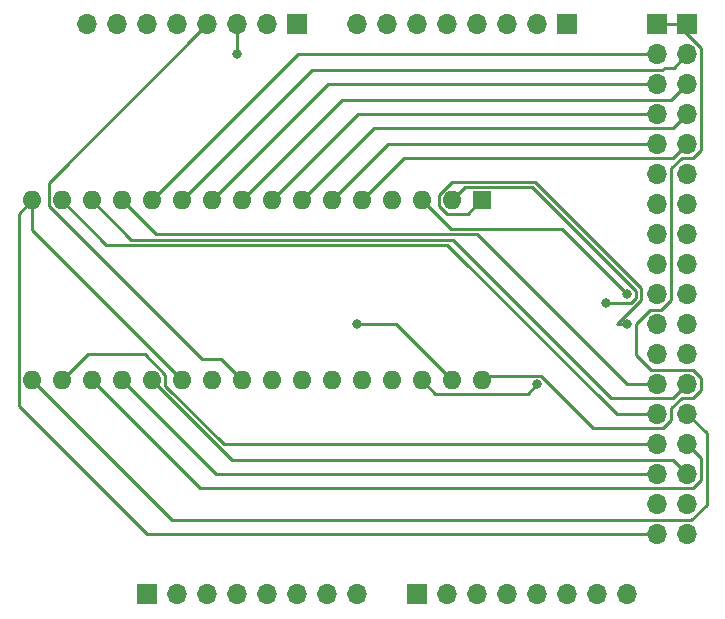
<source format=gbl>
%TF.GenerationSoftware,KiCad,Pcbnew,7.0.10*%
%TF.CreationDate,2024-01-13T22:46:11-05:00*%
%TF.ProjectId,NOR Flasher,4e4f5220-466c-4617-9368-65722e6b6963,rev?*%
%TF.SameCoordinates,Original*%
%TF.FileFunction,Copper,L2,Bot*%
%TF.FilePolarity,Positive*%
%FSLAX46Y46*%
G04 Gerber Fmt 4.6, Leading zero omitted, Abs format (unit mm)*
G04 Created by KiCad (PCBNEW 7.0.10) date 2024-01-13 22:46:11*
%MOMM*%
%LPD*%
G01*
G04 APERTURE LIST*
%TA.AperFunction,ComponentPad*%
%ADD10R,1.700000X1.700000*%
%TD*%
%TA.AperFunction,ComponentPad*%
%ADD11O,1.700000X1.700000*%
%TD*%
%TA.AperFunction,ComponentPad*%
%ADD12R,1.600000X1.600000*%
%TD*%
%TA.AperFunction,ComponentPad*%
%ADD13O,1.600000X1.600000*%
%TD*%
%TA.AperFunction,ViaPad*%
%ADD14C,0.800000*%
%TD*%
%TA.AperFunction,Conductor*%
%ADD15C,0.250000*%
%TD*%
G04 APERTURE END LIST*
D10*
%TO.P,JTOP1,1,Pin_1*%
%TO.N,unconnected-(J4-Pin_1-Pad1)*%
X149860000Y-68580000D03*
D11*
%TO.P,JTOP1,2,Pin_2*%
%TO.N,unconnected-(J4-Pin_2-Pad2)*%
X147320000Y-68580000D03*
%TO.P,JTOP1,3,Pin_3*%
%TO.N,/2*%
X144780000Y-68580000D03*
%TO.P,JTOP1,4,Pin_4*%
%TO.N,/3*%
X142240000Y-68580000D03*
%TO.P,JTOP1,5,Pin_5*%
%TO.N,unconnected-(J4-Pin_5-Pad5)*%
X139700000Y-68580000D03*
%TO.P,JTOP1,6,Pin_6*%
%TO.N,unconnected-(J4-Pin_6-Pad6)*%
X137160000Y-68580000D03*
%TO.P,JTOP1,7,Pin_7*%
%TO.N,unconnected-(J4-Pin_7-Pad7)*%
X134620000Y-68580000D03*
%TO.P,JTOP1,8,Pin_8*%
%TO.N,unconnected-(J4-Pin_8-Pad8)*%
X132080000Y-68580000D03*
%TD*%
D10*
%TO.P,JTOP2,1*%
%TO.N,N/C*%
X172720000Y-68580000D03*
D11*
%TO.P,JTOP2,2*%
X170180000Y-68580000D03*
%TO.P,JTOP2,3*%
X167640000Y-68580000D03*
%TO.P,JTOP2,4*%
X165100000Y-68580000D03*
%TO.P,JTOP2,5*%
X162560000Y-68580000D03*
%TO.P,JTOP2,6*%
X160020000Y-68580000D03*
%TO.P,JTOP2,7*%
X157480000Y-68580000D03*
%TO.P,JTOP2,8*%
X154940000Y-68580000D03*
%TD*%
D10*
%TO.P,JBOT1,1*%
%TO.N,N/C*%
X137160000Y-116840000D03*
D11*
%TO.P,JBOT1,2*%
X139700000Y-116840000D03*
%TO.P,JBOT1,3*%
X142240000Y-116840000D03*
%TO.P,JBOT1,4*%
X144780000Y-116840000D03*
%TO.P,JBOT1,5*%
X147320000Y-116840000D03*
%TO.P,JBOT1,6*%
X149860000Y-116840000D03*
%TO.P,JBOT1,7*%
X152400000Y-116840000D03*
%TO.P,JBOT1,8*%
X154940000Y-116840000D03*
%TD*%
D10*
%TO.P,JBOT2,1*%
%TO.N,N/C*%
X160020000Y-116840000D03*
D11*
%TO.P,JBOT2,2*%
X162560000Y-116840000D03*
%TO.P,JBOT2,3*%
X165100000Y-116840000D03*
%TO.P,JBOT2,4*%
X167640000Y-116840000D03*
%TO.P,JBOT2,5*%
X170180000Y-116840000D03*
%TO.P,JBOT2,6*%
X172720000Y-116840000D03*
%TO.P,JBOT2,7*%
X175260000Y-116840000D03*
%TO.P,JBOT2,8*%
X177800000Y-116840000D03*
%TD*%
D10*
%TO.P,J1,1,Pin_1*%
%TO.N,+5V*%
X180340000Y-68580000D03*
D11*
%TO.P,J1,2,Pin_2*%
%TO.N,/22*%
X180340000Y-71120000D03*
%TO.P,J1,3,Pin_3*%
%TO.N,/24*%
X180340000Y-73660000D03*
%TO.P,J1,4,Pin_4*%
%TO.N,/26*%
X180340000Y-76200000D03*
%TO.P,J1,5,Pin_5*%
%TO.N,/28*%
X180340000Y-78740000D03*
%TO.P,J1,6,Pin_6*%
%TO.N,/30*%
X180340000Y-81280000D03*
%TO.P,J1,7,Pin_7*%
%TO.N,/32*%
X180340000Y-83820000D03*
%TO.P,J1,8,Pin_8*%
%TO.N,/34*%
X180340000Y-86360000D03*
%TO.P,J1,9,Pin_9*%
%TO.N,/36*%
X180340000Y-88900000D03*
%TO.P,J1,10,Pin_10*%
%TO.N,/38*%
X180340000Y-91440000D03*
%TO.P,J1,11,Pin_11*%
%TO.N,/40*%
X180340000Y-93980000D03*
%TO.P,J1,12,Pin_12*%
%TO.N,/42*%
X180340000Y-96520000D03*
%TO.P,J1,13,Pin_13*%
%TO.N,/44*%
X180340000Y-99060000D03*
%TO.P,J1,14,Pin_14*%
%TO.N,/46*%
X180340000Y-101600000D03*
%TO.P,J1,15,Pin_15*%
%TO.N,/48*%
X180340000Y-104140000D03*
%TO.P,J1,16,Pin_16*%
%TO.N,/50*%
X180340000Y-106680000D03*
%TO.P,J1,17,Pin_17*%
%TO.N,/52*%
X180340000Y-109220000D03*
%TO.P,J1,18,Pin_18*%
%TO.N,GND*%
X180340000Y-111760000D03*
%TD*%
D10*
%TO.P,J2,1,Pin_1*%
%TO.N,+5V*%
X182880000Y-68580000D03*
D11*
%TO.P,J2,2,Pin_2*%
%TO.N,/23*%
X182880000Y-71120000D03*
%TO.P,J2,3,Pin_3*%
%TO.N,/25*%
X182880000Y-73660000D03*
%TO.P,J2,4,Pin_4*%
%TO.N,/27*%
X182880000Y-76200000D03*
%TO.P,J2,5,Pin_5*%
%TO.N,/29*%
X182880000Y-78740000D03*
%TO.P,J2,6,Pin_6*%
%TO.N,/31*%
X182880000Y-81280000D03*
%TO.P,J2,7,Pin_7*%
%TO.N,/33*%
X182880000Y-83820000D03*
%TO.P,J2,8,Pin_8*%
%TO.N,/35*%
X182880000Y-86360000D03*
%TO.P,J2,9,Pin_9*%
%TO.N,/37*%
X182880000Y-88900000D03*
%TO.P,J2,10,Pin_10*%
%TO.N,/39*%
X182880000Y-91440000D03*
%TO.P,J2,11,Pin_11*%
%TO.N,/41*%
X182880000Y-93980000D03*
%TO.P,J2,12,Pin_12*%
%TO.N,/43*%
X182880000Y-96520000D03*
%TO.P,J2,13,Pin_13*%
%TO.N,/45*%
X182880000Y-99060000D03*
%TO.P,J2,14,Pin_14*%
%TO.N,/47*%
X182880000Y-101600000D03*
%TO.P,J2,15,Pin_15*%
%TO.N,/49*%
X182880000Y-104140000D03*
%TO.P,J2,16,Pin_16*%
%TO.N,/51*%
X182880000Y-106680000D03*
%TO.P,J2,17,Pin_17*%
%TO.N,/53*%
X182880000Y-109220000D03*
%TO.P,J2,18,Pin_18*%
%TO.N,GND*%
X182880000Y-111760000D03*
%TD*%
D12*
%TO.P,U1,1,A18*%
%TO.N,/40*%
X165500000Y-83500000D03*
D13*
%TO.P,U1,2,A16*%
%TO.N,/38*%
X162960000Y-83500000D03*
%TO.P,U1,3,A15*%
%TO.N,/37*%
X160420000Y-83500000D03*
%TO.P,U1,4,A12*%
%TO.N,/34*%
X157880000Y-83500000D03*
%TO.P,U1,5,A7*%
%TO.N,/29*%
X155340000Y-83500000D03*
%TO.P,U1,6,A6*%
%TO.N,/28*%
X152800000Y-83500000D03*
%TO.P,U1,7,A5*%
%TO.N,/27*%
X150260000Y-83500000D03*
%TO.P,U1,8,A4*%
%TO.N,/26*%
X147720000Y-83500000D03*
%TO.P,U1,9,A3*%
%TO.N,/25*%
X145180000Y-83500000D03*
%TO.P,U1,10,A2*%
%TO.N,/24*%
X142640000Y-83500000D03*
%TO.P,U1,11,A1*%
%TO.N,/23*%
X140100000Y-83500000D03*
%TO.P,U1,12,A0*%
%TO.N,/22*%
X137560000Y-83500000D03*
%TO.P,U1,13,D0*%
%TO.N,/44*%
X135020000Y-83500000D03*
%TO.P,U1,14,D1*%
%TO.N,/45*%
X132480000Y-83500000D03*
%TO.P,U1,15,D2*%
%TO.N,/46*%
X129940000Y-83500000D03*
%TO.P,U1,16,GND*%
%TO.N,GND*%
X127400000Y-83500000D03*
%TO.P,U1,17,D3*%
%TO.N,/47*%
X127400000Y-98740000D03*
%TO.P,U1,18,D4*%
%TO.N,/48*%
X129940000Y-98740000D03*
%TO.P,U1,19,D5*%
%TO.N,/49*%
X132480000Y-98740000D03*
%TO.P,U1,20,D6*%
%TO.N,/50*%
X135020000Y-98740000D03*
%TO.P,U1,21,D7*%
%TO.N,/51*%
X137560000Y-98740000D03*
%TO.P,U1,22,CE*%
%TO.N,GND*%
X140100000Y-98740000D03*
%TO.P,U1,23,A10*%
%TO.N,/32*%
X142640000Y-98740000D03*
%TO.P,U1,24,OE*%
%TO.N,/3*%
X145180000Y-98740000D03*
%TO.P,U1,25,A11*%
%TO.N,/33*%
X147720000Y-98740000D03*
%TO.P,U1,26,A9*%
%TO.N,/31*%
X150260000Y-98740000D03*
%TO.P,U1,27,A8*%
%TO.N,/30*%
X152800000Y-98740000D03*
%TO.P,U1,28,A13*%
%TO.N,/35*%
X155340000Y-98740000D03*
%TO.P,U1,29,A14*%
%TO.N,/36*%
X157880000Y-98740000D03*
%TO.P,U1,30,A17*%
%TO.N,/39*%
X160420000Y-98740000D03*
%TO.P,U1,31,PGM*%
%TO.N,/2*%
X162960000Y-98740000D03*
%TO.P,U1,32,VCC*%
%TO.N,+5V*%
X165500000Y-98740000D03*
%TD*%
D14*
%TO.N,/38*%
X175974544Y-92154545D03*
%TO.N,/40*%
X177800000Y-93980000D03*
%TO.N,/37*%
X177800000Y-91440000D03*
%TO.N,/39*%
X170180000Y-99060000D03*
%TO.N,/2*%
X144780000Y-71120000D03*
X154940000Y-93980000D03*
%TD*%
D15*
%TO.N,+5V*%
X184055000Y-99546701D02*
X183366701Y-100235000D01*
X165905000Y-98335000D02*
X165500000Y-98740000D01*
X178525000Y-96621395D02*
X179788605Y-97885000D01*
X183366701Y-97885000D02*
X184055000Y-98573299D01*
X181515000Y-91926701D02*
X180636701Y-92805000D01*
X180826701Y-102775000D02*
X174920305Y-102775000D01*
X182001701Y-68580000D02*
X184055000Y-70633299D01*
X181515000Y-101113299D02*
X181515000Y-102086701D01*
X181515000Y-102086701D02*
X180826701Y-102775000D01*
X184055000Y-98573299D02*
X184055000Y-99546701D01*
X179788605Y-97885000D02*
X183366701Y-97885000D01*
X183366701Y-79915000D02*
X182393299Y-79915000D01*
X184055000Y-70633299D02*
X184055000Y-79226701D01*
X180636701Y-92805000D02*
X179700000Y-92805000D01*
X182393299Y-79915000D02*
X181515000Y-80793299D01*
X181515000Y-80793299D02*
X181515000Y-91926701D01*
X178525000Y-93980000D02*
X178525000Y-96621395D01*
X182393299Y-100235000D02*
X181515000Y-101113299D01*
X184055000Y-79226701D02*
X183366701Y-79915000D01*
X174920305Y-102775000D02*
X170480305Y-98335000D01*
X170480305Y-98335000D02*
X165905000Y-98335000D01*
X180340000Y-68580000D02*
X182001701Y-68580000D01*
X179700000Y-92805000D02*
X178525000Y-93980000D01*
X183366701Y-100235000D02*
X182393299Y-100235000D01*
%TO.N,/22*%
X149940000Y-71120000D02*
X137560000Y-83500000D01*
X180340000Y-71120000D02*
X149940000Y-71120000D01*
%TO.N,/24*%
X142640000Y-83500000D02*
X152480000Y-73660000D01*
X152480000Y-73660000D02*
X180340000Y-73660000D01*
%TO.N,/26*%
X155020000Y-76200000D02*
X180340000Y-76200000D01*
X147720000Y-83500000D02*
X155020000Y-76200000D01*
%TO.N,/28*%
X157560000Y-78740000D02*
X180340000Y-78740000D01*
X152800000Y-83500000D02*
X157560000Y-78740000D01*
%TO.N,/38*%
X175984999Y-92165000D02*
X178100305Y-92165000D01*
X175974544Y-92154545D02*
X175984999Y-92165000D01*
X178525000Y-91139695D02*
X169760305Y-82375000D01*
X164085000Y-82375000D02*
X162960000Y-83500000D01*
X169760305Y-82375000D02*
X164085000Y-82375000D01*
X178525000Y-91740305D02*
X178525000Y-91139695D01*
X178100305Y-92165000D02*
X178525000Y-91740305D01*
%TO.N,/40*%
X161835000Y-83034009D02*
X161835000Y-83965991D01*
X164295000Y-84625000D02*
X165420000Y-83500000D01*
X177800000Y-93980000D02*
X176921701Y-93980000D01*
X161835000Y-83965991D02*
X162494009Y-84625000D01*
X162494009Y-84625000D02*
X164295000Y-84625000D01*
X169946701Y-81925000D02*
X162944009Y-81925000D01*
X165420000Y-83500000D02*
X165500000Y-83500000D01*
X176921701Y-93980000D02*
X178975000Y-91926701D01*
X162944009Y-81925000D02*
X161835000Y-83034009D01*
X178975000Y-90953299D02*
X169946701Y-81925000D01*
X178975000Y-91926701D02*
X178975000Y-90953299D01*
%TO.N,/44*%
X137880000Y-86360000D02*
X165100000Y-86360000D01*
X165100000Y-86360000D02*
X177800000Y-99060000D01*
X135020000Y-83500000D02*
X137880000Y-86360000D01*
X177800000Y-99060000D02*
X180340000Y-99060000D01*
%TO.N,/46*%
X162560000Y-87260000D02*
X176900000Y-101600000D01*
X129940000Y-83500000D02*
X133700000Y-87260000D01*
X133700000Y-87260000D02*
X162560000Y-87260000D01*
X176900000Y-101600000D02*
X180340000Y-101600000D01*
%TO.N,/48*%
X136930991Y-96520000D02*
X132160000Y-96520000D01*
X180340000Y-104140000D02*
X143619009Y-104140000D01*
X138685000Y-98274009D02*
X136930991Y-96520000D01*
X143619009Y-104140000D02*
X138685000Y-99205991D01*
X138685000Y-99205991D02*
X138685000Y-98274009D01*
X132160000Y-96520000D02*
X129940000Y-98740000D01*
%TO.N,/50*%
X180340000Y-106680000D02*
X142960000Y-106680000D01*
X142960000Y-106680000D02*
X135020000Y-98740000D01*
%TO.N,GND*%
X127400000Y-83500000D02*
X127400000Y-86040000D01*
X137160000Y-111760000D02*
X180340000Y-111760000D01*
X127400000Y-83500000D02*
X126275000Y-84625000D01*
X126275000Y-100875000D02*
X137160000Y-111760000D01*
X127400000Y-86040000D02*
X140100000Y-98740000D01*
X126275000Y-84625000D02*
X126275000Y-100875000D01*
%TO.N,/23*%
X181750000Y-72250000D02*
X182880000Y-71120000D01*
X181000000Y-72250000D02*
X181750000Y-72250000D01*
X180765000Y-72485000D02*
X181000000Y-72250000D01*
X140100000Y-83500000D02*
X151115000Y-72485000D01*
X151115000Y-72485000D02*
X180765000Y-72485000D01*
%TO.N,/25*%
X153655000Y-75025000D02*
X181515000Y-75025000D01*
X181515000Y-75025000D02*
X182880000Y-73660000D01*
X145180000Y-83500000D02*
X153655000Y-75025000D01*
%TO.N,/27*%
X181705000Y-77375000D02*
X182880000Y-76200000D01*
X150260000Y-83500000D02*
X156385000Y-77375000D01*
X156385000Y-77375000D02*
X181705000Y-77375000D01*
%TO.N,/29*%
X155340000Y-83500000D02*
X158925000Y-79915000D01*
X181705000Y-79915000D02*
X182880000Y-78740000D01*
X158925000Y-79915000D02*
X181705000Y-79915000D01*
%TO.N,/37*%
X177800000Y-91440000D02*
X172270000Y-85910000D01*
X172270000Y-85910000D02*
X162830000Y-85910000D01*
X162830000Y-85910000D02*
X160420000Y-83500000D01*
%TO.N,/39*%
X169375000Y-99865000D02*
X161545000Y-99865000D01*
X161545000Y-99865000D02*
X160420000Y-98740000D01*
X170180000Y-99060000D02*
X169375000Y-99865000D01*
%TO.N,/45*%
X176435000Y-100235000D02*
X181705000Y-100235000D01*
X132480000Y-83500000D02*
X135790000Y-86810000D01*
X135790000Y-86810000D02*
X163010000Y-86810000D01*
X163010000Y-86810000D02*
X176435000Y-100235000D01*
X181705000Y-100235000D02*
X182880000Y-99060000D01*
%TO.N,/47*%
X139245000Y-110585000D02*
X127400000Y-98740000D01*
X184505000Y-109256701D02*
X183176701Y-110585000D01*
X183176701Y-110585000D02*
X139245000Y-110585000D01*
X184505000Y-103225000D02*
X184505000Y-109256701D01*
X182880000Y-101600000D02*
X184505000Y-103225000D01*
%TO.N,/49*%
X184055000Y-107166701D02*
X183366701Y-107855000D01*
X182880000Y-104140000D02*
X184055000Y-105315000D01*
X141595000Y-107855000D02*
X132480000Y-98740000D01*
X184055000Y-105315000D02*
X184055000Y-107166701D01*
X183366701Y-107855000D02*
X141595000Y-107855000D01*
%TO.N,/51*%
X182880000Y-106680000D02*
X181705000Y-105505000D01*
X181705000Y-105505000D02*
X144325000Y-105505000D01*
X144325000Y-105505000D02*
X137560000Y-98740000D01*
%TO.N,/2*%
X154940000Y-93980000D02*
X158200000Y-93980000D01*
X158200000Y-93980000D02*
X162960000Y-98740000D01*
X144780000Y-68580000D02*
X144780000Y-71120000D01*
%TO.N,/3*%
X128815000Y-82005000D02*
X142240000Y-68580000D01*
X145180000Y-98740000D02*
X143360000Y-96920000D01*
X128815000Y-83965991D02*
X128815000Y-82005000D01*
X143360000Y-96920000D02*
X141769009Y-96920000D01*
X141769009Y-96920000D02*
X128815000Y-83965991D01*
%TD*%
M02*

</source>
